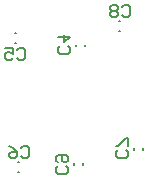
<source format=gbo>
G04*
G04 #@! TF.GenerationSoftware,Altium Limited,CircuitStudio,1.5.2 (30)*
G04*
G04 Layer_Color=13948096*
%FSLAX25Y25*%
%MOIN*%
G70*
G01*
G75*
%ADD31C,0.00800*%
%ADD49C,0.00787*%
D31*
X318332Y229166D02*
X318999Y228499D01*
Y227166D01*
X318332Y226500D01*
X315666D01*
X315000Y227166D01*
Y228499D01*
X315666Y229166D01*
Y230499D02*
X315000Y231165D01*
Y232498D01*
X315666Y233165D01*
X318332D01*
X318999Y232498D01*
Y231165D01*
X318332Y230499D01*
X317666D01*
X316999Y231165D01*
Y233165D01*
X336834Y282332D02*
X337501Y282999D01*
X338834D01*
X339500Y282332D01*
Y279666D01*
X338834Y279000D01*
X337501D01*
X336834Y279666D01*
X335501Y282332D02*
X334835Y282999D01*
X333502D01*
X332836Y282332D01*
Y281666D01*
X333502Y280999D01*
X332836Y280333D01*
Y279666D01*
X333502Y279000D01*
X334835D01*
X335501Y279666D01*
Y280333D01*
X334835Y280999D01*
X335501Y281666D01*
Y282332D01*
X334835Y280999D02*
X333502D01*
X338332Y234666D02*
X338999Y233999D01*
Y232666D01*
X338332Y232000D01*
X335666D01*
X335000Y232666D01*
Y233999D01*
X335666Y234666D01*
X338999Y235999D02*
Y238665D01*
X338332D01*
X335666Y235999D01*
X335000D01*
X303334Y235332D02*
X304001Y235999D01*
X305334D01*
X306000Y235332D01*
Y232666D01*
X305334Y232000D01*
X304001D01*
X303334Y232666D01*
X299336Y235999D02*
X300668Y235332D01*
X302001Y233999D01*
Y232666D01*
X301335Y232000D01*
X300002D01*
X299336Y232666D01*
Y233333D01*
X300002Y233999D01*
X302001D01*
X301834Y267832D02*
X302501Y268499D01*
X303834D01*
X304500Y267832D01*
Y265166D01*
X303834Y264500D01*
X302501D01*
X301834Y265166D01*
X297835Y268499D02*
X300501D01*
Y266499D01*
X299168Y267166D01*
X298502D01*
X297835Y266499D01*
Y265166D01*
X298502Y264500D01*
X299835D01*
X300501Y265166D01*
X318832Y269166D02*
X319499Y268499D01*
Y267166D01*
X318832Y266500D01*
X316166D01*
X315500Y267166D01*
Y268499D01*
X316166Y269166D01*
X315500Y272498D02*
X319499D01*
X317499Y270499D01*
Y273165D01*
D49*
X302303Y230575D02*
X302697D01*
X302303Y227425D02*
X302697D01*
X324075Y229803D02*
Y230197D01*
X320925Y229803D02*
Y230197D01*
X340925Y234803D02*
Y235197D01*
X344075Y234803D02*
Y235197D01*
X324575Y269303D02*
Y269697D01*
X321425Y269303D02*
Y269697D01*
X301303Y273575D02*
X301697D01*
X301303Y270425D02*
X301697D01*
X335803Y274425D02*
X336197D01*
X335803Y277575D02*
X336197D01*
M02*

</source>
